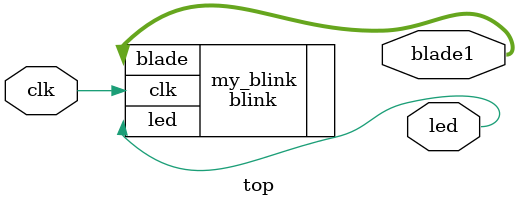
<source format=sv>
/******************************************************************************
 *                                                                             *
 * Copyright 2016 myStorm Copyright and related                                *
 * rights are licensed under the Solderpad Hardware License, Version 0.51      *
 * (the “License”); you may not use this file except in compliance with        *
 * the License. You may obtain a copy of the License at                        *
 * http://solderpad.org/licenses/SHL-0.51. Unless required by applicable       *
 * law or agreed to in writing, software, hardware and materials               *
 * distributed under this License is distributed on an “AS IS” BASIS,          *
 * WITHOUT WARRANTIES OR CONDITIONS OF ANY KIND, either express or             *
 * implied. See the License for the specific language governing                *
 * permissions and limitations under the License.                              *
 *                                                                             *
 ******************************************************************************/
module top (
  input logic clk,
  output logic led,
  output logic [5:0] blade1
);
    
  blink my_blink (
  .clk(clk),
  .led(led),
  .blade(blade1)
  );
    
endmodule

</source>
